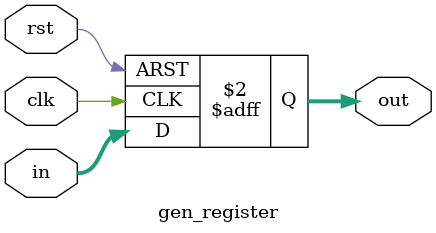
<source format=v>
`timescale 1ns / 1ps
module gen_register( clk, rst, in, out  );
	parameter WORD_SIZE = 32 ; 
	
	input wire clk, rst;
	input wire [WORD_SIZE-1:0] in;
	output reg [WORD_SIZE-1:0] out;	
	
always @ (posedge rst or posedge clk ) begin
	if ( rst ) begin
		out <= { WORD_SIZE {1'b0} };
	end else if ( clk ) begin
		out <= in;
	end
end

endmodule

</source>
